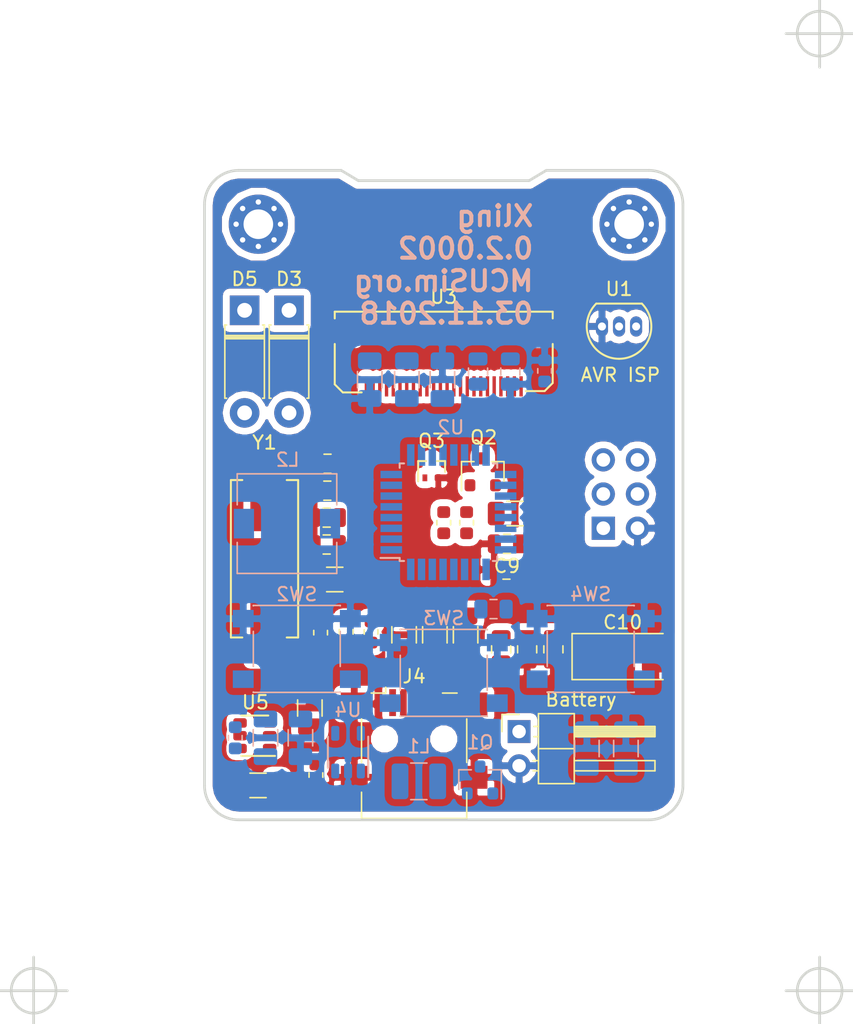
<source format=kicad_pcb>
(kicad_pcb (version 20171130) (host pcbnew 5.0.1)
  (title_block (title "Xling PCB") (date 2018-11-03) (rev 0.2.0002) (company MCUSim))
  (layers (0 F.Cu signal) (31 B.Cu signal) (34 B.Paste user) (35 F.Paste user) (36 B.SilkS user) (37 F.SilkS user) (38 B.Mask user) (39 F.Mask user) (44 Edge.Cuts user))
  (net 0 "")
  (net 1 +3V3)
  (net 2 GND)
  (net 3 "Net-(C3-Pad1)")
  (net 4 "Net-(C5-Pad1)")
  (net 5 "Net-(C6-Pad1)")
  (net 6 "Net-(C11-Pad1)")
  (net 7 "Net-(C13-Pad1)")
  (net 8 "Net-(C15-Pad1)")
  (net 9 /BTN1)
  (net 10 /BTN2)
  (net 11 /BTN3)
  (net 12 "Net-(D3-Pad2)")
  (net 13 /ISP_PDO_MISO)
  (net 14 /ISP_SCK)
  (net 15 /ISP_PDI_MOSI)
  (net 16 /ISP_RST)
  (net 17 /OLED_SDA)
  (net 18 /OLED_SCL)
  (net 19 "Net-(R14-Pad2)")
  (net 20 "Net-(R15-Pad2)")
  (net 21 "Net-(R16-Pad2)")
  (net 22 +12V)
  (net 23 "Net-(R2-Pad2)")
  (net 24 /BAT_STAT)
  (net 25 /OLED_PWR)
  (net 26 /OLED_RES)
  (net 27 /OLED_VCC)
  (net 28 "Net-(Q2-Pad1)")
  (net 29 /BAT_LVL)
  (net 30 "Net-(C1-Pad2)")
  (net 31 "Net-(L1-Pad1)")
  (net 32 "Net-(R3-Pad1)")
  (net 33 "Net-(R6-Pad1)")
  (net 34 "Net-(R13-Pad1)")
  (module "Xling Footprints:IDC-Header_2x03_P2.54mm_Vertical" (layer B.Cu) (at 151.56 102.79)
    (fp_text reference J5 hide)
    (fp_text value "AVR ISP" (at 1.28 -11.39) (layer F.SilkS))
    (pad 6 thru_hole oval (at 2.54 -5.08) (size 1.7272 1.7272) (drill 1.016) (layers *.Cu *.Mask) (net 1 +3V3))
    (pad 5 thru_hole oval (at 0 -5.08) (size 1.7272 1.7272) (drill 1.016) (layers *.Cu *.Mask) (net 13 /ISP_PDO_MISO))
    (pad 4 thru_hole oval (at 2.54 -2.54) (size 1.7272 1.7272) (drill 1.016) (layers *.Cu *.Mask) (net 15 /ISP_PDI_MOSI))
    (pad 3 thru_hole oval (at 0 -2.54) (size 1.7272 1.7272) (drill 1.016) (layers *.Cu *.Mask) (net 14 /ISP_SCK))
    (pad 2 thru_hole oval (at 2.54 0) (size 1.7272 1.7272) (drill 1.016) (layers *.Cu *.Mask) (net 2 GND))
    (pad 1 thru_hole rect (at 0 0) (size 1.7272 1.7272) (drill 1.016) (layers *.Cu *.Mask) (net 16 /ISP_RST))
  )
  (module "Xling Footprints:Crystal_HC49-SD_SMD" (layer F.Cu) (at 126.38 105.06 270)
    (fp_text reference Y1 (at -8.636 0) (layer F.SilkS))
    (fp_text value 8MHz)
    (pad 1 smd rect (at -4.84886 0 270) (size 5.6007 2.10058) (layers F.Cu F.Paste F.Mask) (net 8 "Net-(C15-Pad1)"))
    (pad 2 smd rect (at 4.84886 0 270) (size 5.6007 2.10058) (layers F.Cu F.Paste F.Mask) (net 7 "Net-(C13-Pad1)"))
  )
  (module "Xling Footprints:TO-92_LT1109CZ" (layer F.Cu) (at 154 87.8 180)
    (fp_text reference U1 (at 1.27 2.79 180) (layer F.SilkS))
    (fp_text value LT1109CZ-12)
    (pad 2 thru_hole oval (at 1.27 0) (size 0.89916 1.50114) (drill 0.6) (layers *.Cu *.Mask) (net 12 "Net-(D3-Pad2)"))
    (pad 1 thru_hole oval (at 2.54 0) (size 0.89916 1.50114) (drill 0.6) (layers *.Cu *.Mask) (net 2 GND))
    (pad 3 thru_hole oval (at 0 0) (size 0.89916 1.50114) (drill 0.6) (layers *.Cu *.Mask) (net 22 +12V))
  )
  (module "Xling Footprints:XF2M_24151AR100_SMD_1x24_Pitch_0.5mm" (layer F.Cu) (at 139.7 88.9 180)
    (fp_text reference U3 (at 0 3.302 180) (layer F.SilkS))
    (fp_text value DEP_128064I)
    (pad 3 smd rect (at -7.8 0.75 180) (size 2.5 1.5) (layers F.Cu F.Paste F.Mask) (net 2 GND))
    (pad 3 smd rect (at 7.8 0.75 180) (size 2.5 1.5) (layers F.Cu F.Paste F.Mask) (net 2 GND))
    (pad 24 smd rect (at -5.75 -3.35 180) (size 0.25 1.5) (layers F.Cu F.Paste F.Mask))
    (pad 23 smd rect (at -5.25 -3.35 180) (size 0.25 1.5) (layers F.Cu F.Paste F.Mask) (net 22 +12V))
    (pad 22 smd rect (at -4.75 -3.35 180) (size 0.25 1.5) (layers F.Cu F.Paste F.Mask) (net 6 "Net-(C11-Pad1)"))
    (pad 21 smd rect (at -4.25 -3.35 180) (size 0.25 1.5) (layers F.Cu F.Paste F.Mask) (net 23 "Net-(R2-Pad2)"))
    (pad 20 smd rect (at -3.75 -3.35 180) (size 0.25 1.5) (layers F.Cu F.Paste F.Mask) (net 2 GND))
    (pad 19 smd rect (at -3.25 -3.35 180) (size 0.25 1.5) (layers F.Cu F.Paste F.Mask) (net 2 GND))
    (pad 18 smd rect (at -2.75 -3.35 180) (size 0.25 1.5) (layers F.Cu F.Paste F.Mask) (net 2 GND))
    (pad 17 smd rect (at -2.25 -3.35 180) (size 0.25 1.5) (layers F.Cu F.Paste F.Mask) (net 2 GND))
    (pad 16 smd rect (at -1.75 -3.35 180) (size 0.25 1.5) (layers F.Cu F.Paste F.Mask) (net 2 GND))
    (pad 15 smd rect (at -1.25 -3.35 180) (size 0.25 1.5) (layers F.Cu F.Paste F.Mask) (net 17 /OLED_SDA))
    (pad 14 smd rect (at -0.75 -3.35 180) (size 0.25 1.5) (layers F.Cu F.Paste F.Mask) (net 17 /OLED_SDA))
    (pad 13 smd rect (at -0.25 -3.35 180) (size 0.25 1.5) (layers F.Cu F.Paste F.Mask) (net 18 /OLED_SCL))
    (pad 12 smd rect (at 0.25 -3.35 180) (size 0.25 1.5) (layers F.Cu F.Paste F.Mask) (net 2 GND))
    (pad 11 smd rect (at 0.75 -3.35 180) (size 0.25 1.5) (layers F.Cu F.Paste F.Mask) (net 2 GND))
    (pad 10 smd rect (at 1.25 -3.35 180) (size 0.25 1.5) (layers F.Cu F.Paste F.Mask) (net 1 +3V3))
    (pad 9 smd rect (at 1.75 -3.35 180) (size 0.25 1.5) (layers F.Cu F.Paste F.Mask) (net 26 /OLED_RES))
    (pad 8 smd rect (at 2.25 -3.35 180) (size 0.25 1.5) (layers F.Cu F.Paste F.Mask) (net 2 GND))
    (pad 7 smd rect (at 2.75 -3.35 180) (size 0.25 1.5) (layers F.Cu F.Paste F.Mask) (net 2 GND))
    (pad 6 smd rect (at 3.25 -3.35 180) (size 0.25 1.5) (layers F.Cu F.Paste F.Mask) (net 1 +3V3))
    (pad 5 smd rect (at 3.75 -3.35 180) (size 0.25 1.5) (layers F.Cu F.Paste F.Mask) (net 1 +3V3))
    (pad 4 smd rect (at 4.25 -3.35 180) (size 0.25 1.5) (layers F.Cu F.Paste F.Mask))
    (pad 3 smd rect (at 4.75 -3.35 180) (size 0.25 1.5) (layers F.Cu F.Paste F.Mask) (net 2 GND))
    (pad 2 smd rect (at 5.25 -3.35 180) (size 0.25 1.5) (layers F.Cu F.Paste F.Mask) (net 2 GND))
    (pad 1 smd rect (at 5.75 -3.35 180) (size 0.25 1.5) (layers F.Cu F.Paste F.Mask))
  )
  (module "Xling Footprints:SC-75_SOT-416" (layer F.Cu) (at 138.8 98.4)
    (fp_text reference Q3 (at 0 -2.1 -180) (layer F.SilkS))
    (fp_text value NTA4153N hide)
    (pad 3 smd rect (at 0 -0.648) (size 0.356 0.508) (layers F.Cu F.Paste F.Mask) (net 28 "Net-(Q2-Pad1)"))
    (pad 1 smd rect (at -0.5 0.647) (size 0.356 0.508) (layers F.Cu F.Paste F.Mask) (net 25 /OLED_PWR))
    (pad 2 smd rect (at 0.5 0.647) (size 0.356 0.508) (layers F.Cu F.Paste F.Mask) (net 2 GND))
  )
  (module "Xling Footprints:C_0805_2012Metric" (layer B.Cu) (at 142.25 91.15 90)
    (fp_text reference C1 hide)
    (fp_text value 22pF)
    (pad 1 smd roundrect (at -0.9375 0 90) (size 0.975 1.4) (layers B.Cu B.Paste B.Mask) (net 1 +3V3))
    (pad 2 smd roundrect (at 0.9375 0 90) (size 0.975 1.4) (layers B.Cu B.Paste B.Mask) (net 30 "Net-(C1-Pad2)"))
  )
  (module "Xling Footprints:C_1206_3216Metric" (layer B.Cu) (at 134.2 91.75 270)
    (fp_text reference C2 hide)
    (fp_text value 4.7uF)
    (pad 2 smd roundrect (at 1.4 0 270) (size 1.25 1.75) (layers B.Cu B.Paste B.Mask) (roundrect_rratio 0.2) (net 2 GND))
    (pad 1 smd roundrect (at -1.4 0 270) (size 1.25 1.75) (layers B.Cu B.Paste B.Mask) (roundrect_rratio 0.2) (net 1 +3V3))
  )
  (module "Xling Footprints:C_1206_3216Metric" (layer F.Cu) (at 129.75 116.15 90)
    (fp_text reference C3 hide)
    (fp_text value 4.7uF)
    (pad 1 smd roundrect (at -1.4 0 90) (size 1.25 1.75) (layers F.Cu F.Paste F.Mask) (roundrect_rratio 0.2) (net 3 "Net-(C3-Pad1)"))
    (pad 2 smd roundrect (at 1.4 0 90) (size 1.25 1.75) (layers F.Cu F.Paste F.Mask) (roundrect_rratio 0.2) (net 2 GND))
  )
  (module "Xling Footprints:C_1206_3216Metric" (layer B.Cu) (at 129.05 118.364 270)
    (fp_text reference C5 hide)
    (fp_text value 4.7uF)
    (pad 1 smd roundrect (at -1.4 0 270) (size 1.25 1.75) (layers B.Cu B.Paste B.Mask) (roundrect_rratio 0.2) (net 4 "Net-(C5-Pad1)"))
    (pad 2 smd roundrect (at 1.4 0 270) (size 1.25 1.75) (layers B.Cu B.Paste B.Mask) (roundrect_rratio 0.2) (net 2 GND))
  )
  (module "Xling Footprints:C_1206_3216Metric" (layer B.Cu) (at 153.24 119.16 90)
    (fp_text reference C6 hide)
    (fp_text value 4.7uF)
    (pad 2 smd roundrect (at 1.4 0 90) (size 1.25 1.75) (layers B.Cu B.Paste B.Mask) (roundrect_rratio 0.2) (net 2 GND))
    (pad 1 smd roundrect (at -1.4 0 90) (size 1.25 1.75) (layers B.Cu B.Paste B.Mask) (roundrect_rratio 0.2) (net 5 "Net-(C6-Pad1)"))
  )
  (module "Xling Footprints:C_0805_2012Metric" (layer F.Cu) (at 131 102 180)
    (fp_text reference C7 hide)
    (fp_text value 4.7nF)
    (pad 2 smd roundrect (at 0.9375 0 180) (size 0.975 1.4) (layers F.Cu F.Paste F.Mask) (net 2 GND))
    (pad 1 smd roundrect (at -0.9375 0 180) (size 0.975 1.4) (layers F.Cu F.Paste F.Mask) (net 1 +3V3))
  )
  (module "Xling Footprints:C_0805_2012Metric" (layer F.Cu) (at 131 104 180)
    (fp_text reference C8 hide)
    (fp_text value 100nF)
    (pad 2 smd roundrect (at 0.9375 0 180) (size 0.975 1.4) (layers F.Cu F.Paste F.Mask) (net 2 GND))
    (pad 1 smd roundrect (at -0.9375 0 180) (size 0.975 1.4) (layers F.Cu F.Paste F.Mask) (net 1 +3V3))
  )
  (module "Xling Footprints:C_0805_2012Metric" (layer F.Cu) (at 144.4 103.95 180)
    (fp_text reference C9 (at 0 -1.65 180) (layer F.SilkS))
    (fp_text value 1pF)
    (pad 1 smd roundrect (at -0.9375 0 180) (size 0.975 1.4) (layers F.Cu F.Paste F.Mask) (net 27 /OLED_VCC))
    (pad 2 smd roundrect (at 0.9375 0 180) (size 0.975 1.4) (layers F.Cu F.Paste F.Mask) (net 2 GND))
  )
  (module "Xling Footprints:CP_EIA-6032-20_AVX-F" (layer F.Cu) (at 153 112.33)
    (fp_text reference C10 (at 0 -2.55) (layer F.SilkS))
    (fp_text value 33uF)
    (pad 1 smd roundrect (at -2.4625 0) (size 2.075 2.35) (layers F.Cu F.Paste F.Mask) (roundrect_rratio 0.120482) (net 22 +12V))
    (pad 2 smd roundrect (at 2.4625 0) (size 2.075 2.35) (layers F.Cu F.Paste F.Mask) (roundrect_rratio 0.120482) (net 2 GND))
  )
  (module "Xling Footprints:C_0603_1608Metric" (layer B.Cu) (at 147.2 91.1 90)
    (fp_text reference C11 hide)
    (fp_text value 2.2uF)
    (pad 1 smd roundrect (at -0.7875 0 90) (size 0.875 0.95) (layers B.Cu B.Paste B.Mask) (net 6 "Net-(C11-Pad1)"))
    (pad 2 smd roundrect (at 0.7875 0 90) (size 0.875 0.95) (layers B.Cu B.Paste B.Mask) (net 2 GND))
  )
  (module "Xling Footprints:C_0805_2012Metric" (layer F.Cu) (at 131.048 100 180)
    (fp_text reference C13 hide)
    (fp_text value 22pF)
    (pad 2 smd roundrect (at 0.9375 0 180) (size 0.975 1.4) (layers F.Cu F.Paste F.Mask) (net 2 GND))
    (pad 1 smd roundrect (at -0.9375 0 180) (size 0.975 1.4) (layers F.Cu F.Paste F.Mask) (net 7 "Net-(C13-Pad1)"))
  )
  (module "Xling Footprints:C_0805_2012Metric" (layer F.Cu) (at 131.064 98 180)
    (fp_text reference C15 hide)
    (fp_text value 22pF)
    (pad 1 smd roundrect (at -0.9375 0 180) (size 0.975 1.4) (layers F.Cu F.Paste F.Mask) (net 8 "Net-(C15-Pad1)"))
    (pad 2 smd roundrect (at 0.9375 0 180) (size 0.975 1.4) (layers F.Cu F.Paste F.Mask) (net 2 GND))
  )
  (module "Xling Footprints:C_0805_2012Metric" (layer F.Cu) (at 143.968 111.79 270)
    (fp_text reference C18 hide)
    (fp_text value 4.7nF)
    (pad 1 smd roundrect (at -0.9375 0 270) (size 0.975 1.4) (layers F.Cu F.Paste F.Mask) (net 9 /BTN1))
    (pad 2 smd roundrect (at 0.9375 0 270) (size 0.975 1.4) (layers F.Cu F.Paste F.Mask) (net 2 GND))
  )
  (module "Xling Footprints:C_0805_2012Metric" (layer F.Cu) (at 145.9 111.79 270)
    (fp_text reference C19 hide)
    (fp_text value 4.7nF)
    (pad 2 smd roundrect (at 0.9375 0 270) (size 0.975 1.4) (layers F.Cu F.Paste F.Mask) (net 2 GND))
    (pad 1 smd roundrect (at -0.9375 0 270) (size 0.975 1.4) (layers F.Cu F.Paste F.Mask) (net 10 /BTN2))
  )
  (module "Xling Footprints:C_0805_2012Metric" (layer F.Cu) (at 147.85 111.79 270)
    (fp_text reference C20 hide)
    (fp_text value 4.7nF)
    (pad 1 smd roundrect (at -0.9375 0 270) (size 0.975 1.4) (layers F.Cu F.Paste F.Mask) (net 11 /BTN3))
    (pad 2 smd roundrect (at 0.9375 0 270) (size 0.975 1.4) (layers F.Cu F.Paste F.Mask) (net 2 GND))
  )
  (module "Xling Footprints:D_DO-41_SOD81_P7.62mm_Horizontal" (layer F.Cu) (at 128.2 86.6 270)
    (fp_text reference D3 (at -2.33 -0.01) (layer F.SilkS))
    (fp_text value 1N5818)
    (pad 2 thru_hole oval (at 7.62 0 270) (size 2.2 2.2) (drill 1.1) (layers *.Cu *.Mask) (net 12 "Net-(D3-Pad2)"))
    (pad 1 thru_hole rect (at 0 0 270) (size 2.2 2.2) (drill 1.1) (layers *.Cu *.Mask) (net 22 +12V))
  )
  (module "Xling Footprints:D_DO-41_SOD81_P7.62mm_Horizontal" (layer F.Cu) (at 124.9 86.6 270)
    (fp_text reference D5 (at -2.33 0 180) (layer F.SilkS))
    (fp_text value 1N5818)
    (pad 1 thru_hole rect (at 0 0 270) (size 2.2 2.2) (drill 1.1) (layers *.Cu *.Mask) (net 4 "Net-(C5-Pad1)"))
    (pad 2 thru_hole oval (at 7.62 0 270) (size 2.2 2.2) (drill 1.1) (layers *.Cu *.Mask) (net 3 "Net-(C3-Pad1)"))
  )
  (module "Xling Footprints:USB_Mini-B_Lumberg_2486_01_Horizontal" (layer F.Cu) (at 137.5 118.45)
    (fp_text reference J4 (at 0 -4.65) (layer F.SilkS))
    (fp_text value USB_OTG)
    (pad 1 smd rect (at -1.6 -2.7) (size 0.5 2) (layers F.Cu F.Paste F.Mask) (net 3 "Net-(C3-Pad1)"))
    (pad 2 smd rect (at -0.8 -2.7) (size 0.5 2) (layers F.Cu F.Paste F.Mask))
    (pad 3 smd rect (at 0 -2.7) (size 0.5 2) (layers F.Cu F.Paste F.Mask))
    (pad 4 smd rect (at 0.8 -2.7) (size 0.5 2) (layers F.Cu F.Paste F.Mask))
    (pad 5 smd rect (at 1.6 -2.7) (size 0.5 2) (layers F.Cu F.Paste F.Mask) (net 2 GND))
    (pad 6 smd rect (at -4.45 -2.6) (size 2 1.7) (layers F.Cu F.Paste F.Mask) (net 2 GND))
    (pad 6 smd rect (at -4.45 2.85) (size 2 1.7) (layers F.Cu F.Paste F.Mask) (net 2 GND))
    (pad 6 smd rect (at 4.45 -2.6) (size 2 1.7) (layers F.Cu F.Paste F.Mask) (net 2 GND))
    (pad 6 smd rect (at 4.45 2.85) (size 2 1.7) (layers F.Cu F.Paste F.Mask) (net 2 GND))
    (pad "" np_thru_hole circle (at -2.2 0) (size 1 1) (drill 1) (layers *.Cu *.Mask))
    (pad "" np_thru_hole circle (at 2.2 0) (size 1 1) (drill 1) (layers *.Cu *.Mask))
  )
  (module "Xling Footprints:PinHeader_1x02_P2.54mm_Horizontal" (layer F.Cu) (at 145.3 117.9)
    (fp_text reference J6 hide)
    (fp_text value Battery (at 4.6 -2.38) (layer F.SilkS))
    (pad 1 thru_hole rect (at 0 0) (size 1.7 1.7) (drill 1) (layers *.Cu *.Mask) (net 5 "Net-(C6-Pad1)"))
    (pad 2 thru_hole oval (at 0 2.54) (size 1.7 1.7) (drill 1) (layers *.Cu *.Mask) (net 2 GND))
  )
  (module "Xling Footprints:L_1210_3225Metric" (layer B.Cu) (at 137.85 121.6)
    (fp_text reference L1 (at 0 -2.6) (layer B.SilkS) (effects (justify mirror)))
    (fp_text value 2.2uH)
    (pad 1 smd roundrect (at -1.4 0) (size 1.25 2.65) (layers B.Cu B.Paste B.Mask) (roundrect_rratio 0.2) (net 31 "Net-(L1-Pad1)"))
    (pad 2 smd roundrect (at 1.4 0) (size 1.25 2.65) (layers B.Cu B.Paste B.Mask) (roundrect_rratio 0.2) (net 1 +3V3))
  )
  (module "Xling Footprints:L_7.3x7.3_H3.5" (layer B.Cu) (at 128.05 102.45 180)
    (fp_text reference L2 (at -0.05 4.75) (layer B.SilkS) (effects (justify mirror)))
    (fp_text value 22uH)
    (pad 1 smd rect (at -3.2 0 180) (size 1.5 2.2) (layers B.Cu B.Paste B.Mask) (net 27 /OLED_VCC))
    (pad 2 smd rect (at 3.2 0 180) (size 1.5 2.2) (layers B.Cu B.Paste B.Mask) (net 12 "Net-(D3-Pad2)"))
  )
  (module "Xling Footprints:SOT-23" (layer B.Cu) (at 142.4 121.5 90)
    (fp_text reference Q1 (at 2.794 0 180) (layer B.SilkS) (effects (justify mirror)))
    (fp_text value NTR0202PL)
    (pad 1 smd roundrect (at -1 0.95 90) (size 0.9 0.8) (layers B.Cu B.Paste B.Mask) (net 3 "Net-(C3-Pad1)"))
    (pad 2 smd roundrect (at -1 -0.95 90) (size 0.9 0.8) (layers B.Cu B.Paste B.Mask) (net 4 "Net-(C5-Pad1)"))
    (pad 3 smd roundrect (at 1 0 90) (size 0.9 0.8) (layers B.Cu B.Paste B.Mask) (net 5 "Net-(C6-Pad1)"))
  )
  (module "Xling Footprints:SOT-23" (layer F.Cu) (at 142.6 98.6 90)
    (fp_text reference Q2 (at 2.556 0.066 180) (layer F.SilkS))
    (fp_text value NTR0202PL)
    (pad 3 smd roundrect (at 1 0 90) (size 0.9 0.8) (layers F.Cu F.Paste F.Mask) (net 27 /OLED_VCC))
    (pad 2 smd roundrect (at -1 0.95 90) (size 0.9 0.8) (layers F.Cu F.Paste F.Mask) (net 1 +3V3))
    (pad 1 smd roundrect (at -1 -0.95 90) (size 0.9 0.8) (layers F.Cu F.Paste F.Mask) (net 28 "Net-(Q2-Pad1)"))
  )
  (module "Xling Footprints:R_1206_3216Metric" (layer B.Cu) (at 136.958 91.746 270)
    (fp_text reference R1 hide)
    (fp_text value 100K)
    (pad 1 smd roundrect (at -1.4 0 270) (size 1.25 1.75) (layers B.Cu B.Paste B.Mask) (roundrect_rratio 0.2) (net 1 +3V3))
    (pad 2 smd roundrect (at 1.4 0 270) (size 1.25 1.75) (layers B.Cu B.Paste B.Mask) (roundrect_rratio 0.2) (net 26 /OLED_RES))
  )
  (module "Xling Footprints:R_1206_3216Metric" (layer B.Cu) (at 139.6 91.75 270)
    (fp_text reference R2 hide)
    (fp_text value 910K)
    (pad 1 smd roundrect (at -1.4 0 270) (size 1.25 1.75) (layers B.Cu B.Paste B.Mask) (roundrect_rratio 0.2) (net 2 GND))
    (pad 2 smd roundrect (at 1.4 0 270) (size 1.25 1.75) (layers B.Cu B.Paste B.Mask) (roundrect_rratio 0.2) (net 23 "Net-(R2-Pad2)"))
  )
  (module "Xling Footprints:R_0603_1608Metric" (layer F.Cu) (at 130.2 121.13 270)
    (fp_text reference R3 hide)
    (fp_text value 4K3)
    (pad 1 smd roundrect (at -0.7875 0 270) (size 0.875 0.95) (layers F.Cu F.Paste F.Mask) (net 32 "Net-(R3-Pad1)"))
    (pad 2 smd roundrect (at 0.7875 0 270) (size 0.875 0.95) (layers F.Cu F.Paste F.Mask) (net 2 GND))
  )
  (module "Xling Footprints:R_1206_3216Metric" (layer B.Cu) (at 150.34 119.16 90)
    (fp_text reference R4 hide)
    (fp_text value 100K)
    (pad 1 smd roundrect (at -1.4 0 90) (size 1.25 1.75) (layers B.Cu B.Paste B.Mask) (roundrect_rratio 0.2) (net 3 "Net-(C3-Pad1)"))
    (pad 2 smd roundrect (at 1.4 0 90) (size 1.25 1.75) (layers B.Cu B.Paste B.Mask) (roundrect_rratio 0.2) (net 2 GND))
  )
  (module "Xling Footprints:R_1206_3216Metric" (layer F.Cu) (at 145 101.7)
    (fp_text reference R5 hide)
    (fp_text value 100K)
    (pad 2 smd roundrect (at 1.4 0) (size 1.25 1.75) (layers F.Cu F.Paste F.Mask) (roundrect_rratio 0.2) (net 28 "Net-(Q2-Pad1)"))
    (pad 1 smd roundrect (at -1.4 0) (size 1.25 1.75) (layers F.Cu F.Paste F.Mask) (roundrect_rratio 0.2) (net 1 +3V3))
  )
  (module "Xling Footprints:R_1206_3216Metric" (layer B.Cu) (at 126.45 118.364 270)
    (fp_text reference R6 hide)
    (fp_text value 100K)
    (pad 2 smd roundrect (at 1.4 0 270) (size 1.25 1.75) (layers B.Cu B.Paste B.Mask) (roundrect_rratio 0.2) (net 4 "Net-(C5-Pad1)"))
    (pad 1 smd roundrect (at -1.4 0 270) (size 1.25 1.75) (layers B.Cu B.Paste B.Mask) (roundrect_rratio 0.2) (net 33 "Net-(R6-Pad1)"))
  )
  (module "Xling Footprints:R_0603_1608Metric" (layer B.Cu) (at 124.206 118.364 90)
    (fp_text reference R7 hide)
    (fp_text value 510K)
    (pad 1 smd roundrect (at -0.7875 0 90) (size 0.875 0.95) (layers B.Cu B.Paste B.Mask) (net 30 "Net-(C1-Pad2)"))
    (pad 2 smd roundrect (at 0.7875 0 90) (size 0.875 0.95) (layers B.Cu B.Paste B.Mask) (net 1 +3V3))
  )
  (module "Xling Footprints:R_0603_1608Metric" (layer F.Cu) (at 141.4 102.378 270)
    (fp_text reference R8 hide)
    (fp_text value 1K)
    (pad 2 smd roundrect (at 0.7875 0 270) (size 0.875 0.95) (layers F.Cu F.Paste F.Mask) (net 17 /OLED_SDA))
    (pad 1 smd roundrect (at -0.7875 0 270) (size 0.875 0.95) (layers F.Cu F.Paste F.Mask) (net 1 +3V3))
  )
  (module "Xling Footprints:R_0603_1608Metric" (layer F.Cu) (at 139.7 102.378 270)
    (fp_text reference R9 hide)
    (fp_text value 1K)
    (pad 1 smd roundrect (at -0.7875 0 270) (size 0.875 0.95) (layers F.Cu F.Paste F.Mask) (net 1 +3V3))
    (pad 2 smd roundrect (at 0.7875 0 270) (size 0.875 0.95) (layers F.Cu F.Paste F.Mask) (net 18 /OLED_SCL))
  )
  (module "Xling Footprints:R_1206_3216Metric" (layer F.Cu) (at 131.6 106.6 180)
    (fp_text reference R10 hide)
    (fp_text value 100K)
    (pad 1 smd roundrect (at -1.4 0 180) (size 1.25 1.75) (layers F.Cu F.Paste F.Mask) (roundrect_rratio 0.2) (net 25 /OLED_PWR))
    (pad 2 smd roundrect (at 1.4 0 180) (size 1.25 1.75) (layers F.Cu F.Paste F.Mask) (roundrect_rratio 0.2) (net 2 GND))
  )
  (module "Xling Footprints:R_0805_2012Metric" (layer B.Cu) (at 143.4 108.8)
    (fp_text reference R11 hide)
    (fp_text value 191K)
    (pad 1 smd roundrect (at -0.9375 0) (size 0.975 1.4) (layers B.Cu B.Paste B.Mask) (net 5 "Net-(C6-Pad1)"))
    (pad 2 smd roundrect (at 0.9375 0) (size 0.975 1.4) (layers B.Cu B.Paste B.Mask) (net 29 /BAT_LVL))
  )
  (module "Xling Footprints:R_0805_2012Metric" (layer F.Cu) (at 144.362 105.868 180)
    (fp_text reference R12 hide)
    (fp_text value 110K)
    (pad 2 smd roundrect (at 0.9375 0 180) (size 0.975 1.4) (layers F.Cu F.Paste F.Mask) (net 2 GND))
    (pad 1 smd roundrect (at -0.9375 0 180) (size 0.975 1.4) (layers F.Cu F.Paste F.Mask) (net 29 /BAT_LVL))
  )
  (module "Xling Footprints:R_1206_3216Metric" (layer F.Cu) (at 125.9 121.9)
    (fp_text reference R13 hide)
    (fp_text value 100K)
    (pad 1 smd roundrect (at -1.4 0) (size 1.25 1.75) (layers F.Cu F.Paste F.Mask) (roundrect_rratio 0.2) (net 34 "Net-(R13-Pad1)"))
    (pad 2 smd roundrect (at 1.4 0) (size 1.25 1.75) (layers F.Cu F.Paste F.Mask) (roundrect_rratio 0.2) (net 4 "Net-(C5-Pad1)"))
  )
  (module "Xling Footprints:R_0603_1608Metric" (layer F.Cu) (at 130.55 110.55 270)
    (fp_text reference R14 hide)
    (fp_text value 27K)
    (pad 2 smd roundrect (at 0.7875 0 270) (size 0.875 0.95) (layers F.Cu F.Paste F.Mask) (net 19 "Net-(R14-Pad2)"))
    (pad 1 smd roundrect (at -0.7875 0 270) (size 0.875 0.95) (layers F.Cu F.Paste F.Mask) (net 1 +3V3))
  )
  (module "Xling Footprints:R_0603_1608Metric" (layer F.Cu) (at 132.45 110.49 270)
    (fp_text reference R15 hide)
    (fp_text value 27K)
    (pad 1 smd roundrect (at -0.7875 0 270) (size 0.875 0.95) (layers F.Cu F.Paste F.Mask) (net 1 +3V3))
    (pad 2 smd roundrect (at 0.7875 0 270) (size 0.875 0.95) (layers F.Cu F.Paste F.Mask) (net 20 "Net-(R15-Pad2)"))
  )
  (module "Xling Footprints:R_0603_1608Metric" (layer F.Cu) (at 134.3 110.5 270)
    (fp_text reference R16 hide)
    (fp_text value 27K)
    (pad 2 smd roundrect (at 0.7875 0 270) (size 0.875 0.95) (layers F.Cu F.Paste F.Mask) (net 21 "Net-(R16-Pad2)"))
    (pad 1 smd roundrect (at -0.7875 0 270) (size 0.875 0.95) (layers F.Cu F.Paste F.Mask) (net 1 +3V3))
  )
  (module "Xling Footprints:R_1206_3216Metric" (layer F.Cu) (at 141.326 110.71 270)
    (fp_text reference R17 hide)
    (fp_text value 100K)
    (pad 2 smd roundrect (at 1.4 0 270) (size 1.25 1.75) (layers F.Cu F.Paste F.Mask) (roundrect_rratio 0.2) (net 19 "Net-(R14-Pad2)"))
    (pad 1 smd roundrect (at -1.4 0 270) (size 1.25 1.75) (layers F.Cu F.Paste F.Mask) (roundrect_rratio 0.2) (net 9 /BTN1))
  )
  (module "Xling Footprints:R_1206_3216Metric" (layer F.Cu) (at 139.04 110.71 270)
    (fp_text reference R18 hide)
    (fp_text value 100K)
    (pad 2 smd roundrect (at 1.4 0 270) (size 1.25 1.75) (layers F.Cu F.Paste F.Mask) (roundrect_rratio 0.2) (net 20 "Net-(R15-Pad2)"))
    (pad 1 smd roundrect (at -1.4 0 270) (size 1.25 1.75) (layers F.Cu F.Paste F.Mask) (roundrect_rratio 0.2) (net 10 /BTN2))
  )
  (module "Xling Footprints:R_1206_3216Metric" (layer F.Cu) (at 136.754 110.71 270)
    (fp_text reference R19 hide)
    (fp_text value 100K)
    (pad 2 smd roundrect (at 1.4 0 270) (size 1.25 1.75) (layers F.Cu F.Paste F.Mask) (roundrect_rratio 0.2) (net 21 "Net-(R16-Pad2)"))
    (pad 1 smd roundrect (at -1.4 0 270) (size 1.25 1.75) (layers F.Cu F.Paste F.Mask) (roundrect_rratio 0.2) (net 11 /BTN3))
  )
  (module "Xling Footprints:R_0805_2012Metric" (layer B.Cu) (at 144.65 91.15 90)
    (fp_text reference R20 hide)
    (fp_text value 110K)
    (pad 1 smd roundrect (at -0.9375 0 90) (size 0.975 1.4) (layers B.Cu B.Paste B.Mask) (net 2 GND))
    (pad 2 smd roundrect (at 0.9375 0 90) (size 0.975 1.4) (layers B.Cu B.Paste B.Mask) (net 30 "Net-(C1-Pad2)"))
  )
  (module "Xling Footprints:SW_SPST_PTS645" (layer B.Cu) (at 128.778 111.76)
    (fp_text reference SW2 (at 0 -4.064) (layer B.SilkS) (effects (justify mirror)))
    (fp_text value BTN)
    (pad 2 smd rect (at -3.98 -2.25) (size 1.55 1.3) (layers B.Cu B.Paste B.Mask) (net 2 GND))
    (pad 1 smd rect (at -3.98 2.25) (size 1.55 1.3) (layers B.Cu B.Paste B.Mask) (net 19 "Net-(R14-Pad2)"))
    (pad 1 smd rect (at 3.98 2.25) (size 1.55 1.3) (layers B.Cu B.Paste B.Mask) (net 19 "Net-(R14-Pad2)"))
    (pad 2 smd rect (at 3.98 -2.25) (size 1.55 1.3) (layers B.Cu B.Paste B.Mask) (net 2 GND))
  )
  (module "Xling Footprints:SW_SPST_PTS645" (layer B.Cu) (at 139.7 113.538)
    (fp_text reference SW3 (at 0 -4.064) (layer B.SilkS) (effects (justify mirror)))
    (fp_text value BTN)
    (pad 2 smd rect (at 3.98 -2.25) (size 1.55 1.3) (layers B.Cu B.Paste B.Mask) (net 2 GND))
    (pad 1 smd rect (at 3.98 2.25) (size 1.55 1.3) (layers B.Cu B.Paste B.Mask) (net 20 "Net-(R15-Pad2)"))
    (pad 1 smd rect (at -3.98 2.25) (size 1.55 1.3) (layers B.Cu B.Paste B.Mask) (net 20 "Net-(R15-Pad2)"))
    (pad 2 smd rect (at -3.98 -2.25) (size 1.55 1.3) (layers B.Cu B.Paste B.Mask) (net 2 GND))
  )
  (module "Xling Footprints:SW_SPST_PTS645" (layer B.Cu) (at 150.622 111.76)
    (fp_text reference SW4 (at 0 -4.064) (layer B.SilkS) (effects (justify mirror)))
    (fp_text value BTN)
    (pad 2 smd rect (at -3.98 -2.25) (size 1.55 1.3) (layers B.Cu B.Paste B.Mask) (net 2 GND))
    (pad 1 smd rect (at -3.98 2.25) (size 1.55 1.3) (layers B.Cu B.Paste B.Mask) (net 21 "Net-(R16-Pad2)"))
    (pad 1 smd rect (at 3.98 2.25) (size 1.55 1.3) (layers B.Cu B.Paste B.Mask) (net 21 "Net-(R16-Pad2)"))
    (pad 2 smd rect (at 3.98 -2.25) (size 1.55 1.3) (layers B.Cu B.Paste B.Mask) (net 2 GND))
  )
  (module "Xling Footprints:TQFP-32_7x7mm_P0.8mm" (layer B.Cu) (at 140.05 101.6)
    (fp_text reference U2 (at 0.18 -6.3) (layer B.SilkS) (effects (justify mirror)))
    (fp_text value ATMEGA328P-AU)
    (pad 1 smd rect (at -4.25 2.8) (size 1.6 0.55) (layers B.Cu B.Paste B.Mask) (net 26 /OLED_RES))
    (pad 2 smd rect (at -4.25 2) (size 1.6 0.55) (layers B.Cu B.Paste B.Mask) (net 25 /OLED_PWR))
    (pad 3 smd rect (at -4.25 1.2) (size 1.6 0.55) (layers B.Cu B.Paste B.Mask) (net 2 GND))
    (pad 4 smd rect (at -4.25 0.4) (size 1.6 0.55) (layers B.Cu B.Paste B.Mask) (net 1 +3V3))
    (pad 5 smd rect (at -4.25 -0.4) (size 1.6 0.55) (layers B.Cu B.Paste B.Mask) (net 2 GND))
    (pad 6 smd rect (at -4.25 -1.2) (size 1.6 0.55) (layers B.Cu B.Paste B.Mask) (net 1 +3V3))
    (pad 7 smd rect (at -4.25 -2) (size 1.6 0.55) (layers B.Cu B.Paste B.Mask) (net 7 "Net-(C13-Pad1)"))
    (pad 8 smd rect (at -4.25 -2.8) (size 1.6 0.55) (layers B.Cu B.Paste B.Mask) (net 8 "Net-(C15-Pad1)"))
    (pad 9 smd rect (at -2.8 -4.25 270) (size 1.6 0.55) (layers B.Cu B.Paste B.Mask) (net 24 /BAT_STAT))
    (pad 10 smd rect (at -2 -4.25 270) (size 1.6 0.55) (layers B.Cu B.Paste B.Mask))
    (pad 11 smd rect (at -1.2 -4.25 270) (size 1.6 0.55) (layers B.Cu B.Paste B.Mask))
    (pad 12 smd rect (at -0.4 -4.25 270) (size 1.6 0.55) (layers B.Cu B.Paste B.Mask))
    (pad 13 smd rect (at 0.4 -4.25 270) (size 1.6 0.55) (layers B.Cu B.Paste B.Mask))
    (pad 14 smd rect (at 1.2 -4.25 270) (size 1.6 0.55) (layers B.Cu B.Paste B.Mask))
    (pad 15 smd rect (at 2 -4.25 270) (size 1.6 0.55) (layers B.Cu B.Paste B.Mask) (net 15 /ISP_PDI_MOSI))
    (pad 16 smd rect (at 2.8 -4.25 270) (size 1.6 0.55) (layers B.Cu B.Paste B.Mask) (net 13 /ISP_PDO_MISO))
    (pad 17 smd rect (at 4.25 -2.8) (size 1.6 0.55) (layers B.Cu B.Paste B.Mask) (net 14 /ISP_SCK))
    (pad 18 smd rect (at 4.25 -2) (size 1.6 0.55) (layers B.Cu B.Paste B.Mask) (net 1 +3V3))
    (pad 19 smd rect (at 4.25 -1.2) (size 1.6 0.55) (layers B.Cu B.Paste B.Mask))
    (pad 20 smd rect (at 4.25 -0.4) (size 1.6 0.55) (layers B.Cu B.Paste B.Mask) (net 2 GND))
    (pad 21 smd rect (at 4.25 0.4) (size 1.6 0.55) (layers B.Cu B.Paste B.Mask) (net 2 GND))
    (pad 22 smd rect (at 4.25 1.2) (size 1.6 0.55) (layers B.Cu B.Paste B.Mask))
    (pad 23 smd rect (at 4.25 2) (size 1.6 0.55) (layers B.Cu B.Paste B.Mask) (net 29 /BAT_LVL))
    (pad 24 smd rect (at 4.25 2.8) (size 1.6 0.55) (layers B.Cu B.Paste B.Mask))
    (pad 25 smd rect (at 2.8 4.25 270) (size 1.6 0.55) (layers B.Cu B.Paste B.Mask))
    (pad 26 smd rect (at 2 4.25 270) (size 1.6 0.55) (layers B.Cu B.Paste B.Mask))
    (pad 27 smd rect (at 1.2 4.25 270) (size 1.6 0.55) (layers B.Cu B.Paste B.Mask) (net 17 /OLED_SDA))
    (pad 28 smd rect (at 0.4 4.25 270) (size 1.6 0.55) (layers B.Cu B.Paste B.Mask) (net 18 /OLED_SCL))
    (pad 29 smd rect (at -0.4 4.25 270) (size 1.6 0.55) (layers B.Cu B.Paste B.Mask) (net 16 /ISP_RST))
    (pad 30 smd rect (at -1.2 4.25 270) (size 1.6 0.55) (layers B.Cu B.Paste B.Mask) (net 9 /BTN1))
    (pad 31 smd rect (at -2 4.25 270) (size 1.6 0.55) (layers B.Cu B.Paste B.Mask) (net 10 /BTN2))
    (pad 32 smd rect (at -2.8 4.25 270) (size 1.6 0.55) (layers B.Cu B.Paste B.Mask) (net 11 /BTN3))
  )
  (module "Xling Footprints:MCP73831_SOT_23" (layer B.Cu) (at 132.588 119.38 180)
    (fp_text reference U4 (at 0 3.08 180) (layer B.SilkS) (effects (justify mirror)))
    (fp_text value MCP73831)
    (pad 5 smd roundrect (at -0.95 1.35 180) (size 0.6 1.1) (layers B.Cu B.Paste B.Mask) (net 32 "Net-(R3-Pad1)"))
    (pad 1 smd roundrect (at -0.95 -1.45 180) (size 0.6 1.1) (layers B.Cu B.Paste B.Mask) (net 24 /BAT_STAT))
    (pad 2 smd roundrect (at 0 -1.45 180) (size 0.6 1.1) (layers B.Cu B.Paste B.Mask) (net 2 GND))
    (pad 3 smd roundrect (at 0.95 -1.45 180) (size 0.6 1.1) (layers B.Cu B.Paste B.Mask) (net 5 "Net-(C6-Pad1)"))
    (pad 4 smd roundrect (at 0.95 1.35 180) (size 0.6 1.1) (layers B.Cu B.Paste B.Mask) (net 3 "Net-(C3-Pad1)"))
  )
  (module "Xling Footprints:AP3401_TSOT26" (layer F.Cu) (at 125.66 118.21 90)
    (fp_text reference U5 (at 2.48 0.04 180) (layer F.SilkS))
    (fp_text value AP3401_TSOT26)
    (pad 1 smd roundrect (at -0.95 1.0995 90) (size 0.7 1) (layers F.Cu F.Paste F.Mask) (net 33 "Net-(R6-Pad1)"))
    (pad 2 smd roundrect (at 0 1.0995 90) (size 0.7 1) (layers F.Cu F.Paste F.Mask) (net 2 GND))
    (pad 3 smd roundrect (at 0.95 1.0995 90) (size 0.7 1) (layers F.Cu F.Paste F.Mask) (net 31 "Net-(L1-Pad1)"))
    (pad 4 smd roundrect (at 0.95 -1.0995 90) (size 0.7 1) (layers F.Cu F.Paste F.Mask) (net 4 "Net-(C5-Pad1)"))
    (pad 6 smd roundrect (at -0.95 -1.0995 90) (size 0.7 1) (layers F.Cu F.Paste F.Mask) (net 30 "Net-(C1-Pad2)"))
    (pad 5 smd roundrect (at 0 -1.0995 90) (size 0.7 1) (layers F.Cu F.Paste F.Mask) (net 34 "Net-(R13-Pad1)"))
  )
  (module MountingHole:MountingHole_2.2mm_M2_Pad_Via (layer F.Cu) (at 125.92 80.2)
    (fp_text reference REF** hide)
    (fp_text value MountingHole_2.2mm_M2_Pad_Via hide)
    (pad 1 thru_hole circle (at 1.166726 -1.166726) (size 0.7 0.7) (drill 0.4) (layers *.Cu *.Mask))
    (pad 1 thru_hole circle (at 0 -1.65) (size 0.7 0.7) (drill 0.4) (layers *.Cu *.Mask))
    (pad 1 thru_hole circle (at -1.166726 -1.166726) (size 0.7 0.7) (drill 0.4) (layers *.Cu *.Mask))
    (pad 1 thru_hole circle (at -1.65 0) (size 0.7 0.7) (drill 0.4) (layers *.Cu *.Mask))
    (pad 1 thru_hole circle (at -1.166726 1.166726) (size 0.7 0.7) (drill 0.4) (layers *.Cu *.Mask))
    (pad 1 thru_hole circle (at 0 1.65) (size 0.7 0.7) (drill 0.4) (layers *.Cu *.Mask))
    (pad 1 thru_hole circle (at 1.166726 1.166726) (size 0.7 0.7) (drill 0.4) (layers *.Cu *.Mask))
    (pad 1 thru_hole circle (at 1.65 0) (size 0.7 0.7) (drill 0.4) (layers *.Cu *.Mask))
    (pad 1 thru_hole circle (at 0 0) (size 4.4 4.4) (drill 2.2) (layers *.Cu *.Mask))
  )
  (module MountingHole:MountingHole_2.2mm_M2_Pad_Via (layer F.Cu) (at 153.48 80.2)
    (fp_text reference REF** hide)
    (fp_text value MountingHole_2.2mm_M2_Pad_Via hide)
    (pad 1 thru_hole circle (at 1.166726 -1.166726) (size 0.7 0.7) (drill 0.4) (layers *.Cu *.Mask))
    (pad 1 thru_hole circle (at 0 -1.65) (size 0.7 0.7) (drill 0.4) (layers *.Cu *.Mask))
    (pad 1 thru_hole circle (at -1.166726 -1.166726) (size 0.7 0.7) (drill 0.4) (layers *.Cu *.Mask))
    (pad 1 thru_hole circle (at -1.65 0) (size 0.7 0.7) (drill 0.4) (layers *.Cu *.Mask))
    (pad 1 thru_hole circle (at -1.166726 1.166726) (size 0.7 0.7) (drill 0.4) (layers *.Cu *.Mask))
    (pad 1 thru_hole circle (at 0 1.65) (size 0.7 0.7) (drill 0.4) (layers *.Cu *.Mask))
    (pad 1 thru_hole circle (at 1.166726 1.166726) (size 0.7 0.7) (drill 0.4) (layers *.Cu *.Mask))
    (pad 1 thru_hole circle (at 1.65 0) (size 0.7 0.7) (drill 0.4) (layers *.Cu *.Mask))
    (pad 1 thru_hole circle (at 0 0) (size 4.4 4.4) (drill 2.2) (layers *.Cu *.Mask))
  )
  (module "Xling Footprints:oshw" (layer F.Cu) (at 134.37 80.8)
    (fp_text reference G*** hide)
    (fp_text value LOGO hide)
    (fp_poly (pts (xy 0.076709 -2.31107) (xy 0.145144 -2.310553) (xy 0.206566 -2.309759) (xy 0.259081 -2.308727) (xy 0.300797 -2.307496) (xy 0.329822 -2.306105) (xy 0.344263 -2.304593) (xy 0.345351 -2.304214) (xy 0.349646 -2.294214) (xy 0.356538 -2.268687) (xy 0.365778 -2.228798) (xy 0.377115 -2.175711) (xy 0.390298 -2.110592) (xy 0.405079 -2.034605) (xy 0.418169 -1.96525) (xy 0.431919 -1.892331) (xy 0.445002 -1.824558) (xy 0.457042 -1.763752) (xy 0.467665 -1.711737) (xy 0.476497 -1.670335) (xy 0.483162 -1.641371) (xy 0.487288 -1.626666) (xy 0.488003 -1.625277) (xy 0.498414 -1.619381) (xy 0.521919 -1.608473) (xy 0.556128 -1.593518) (xy 0.59865 -1.575482) (xy 0.647097 -1.555333) (xy 0.699077 -1.534035) (xy 0.752201 -1.512557) (xy 0.804079 -1.491863) (xy 0.85232 -1.47292) (xy 0.894535 -1.456695) (xy 0.928333 -1.444153) (xy 0.951324 -1.436262) (xy 0.961119 -1.433987) (xy 0.961131 -1.433992) (xy 0.96998 -1.439444) (xy 0.991207 -1.453452) (xy 1.023248 -1.474958) (xy 1.064541 -1.502904) (xy 1.113524 -1.536232) (xy 1.168635 -1.573884) (xy 1.228311 -1.614801) (xy 1.242761 -1.62473) (xy 1.303476 -1.666205) (xy 1.360248 -1.704489) (xy 1.411477 -1.738542) (xy 1.455566 -1.767322) (xy 1.490916 -1.789789) (xy 1.515927 -1.804902) (xy 1.529003 -1.811619) (xy 1.530144 -1.811867) (xy 1.53968 -1.806014) (xy 1.559337 -1.789512) (xy 1.587533 -1.763947) (xy 1.622682 -1.730903) (xy 1.6632 -1.691966) (xy 1.707501 -1.648722) (xy 1.754001 -1.602755) (xy 1.801115 -1.555651) (xy 1.847259 -1.508995) (xy 1.890848 -1.464372) (xy 1.930297 -1.423369) (xy 1.964021 -1.387569) (xy 1.990436 -1.358559) (xy 2.007957 -1.337923) (xy 2.014999 -1.327248) (xy 2.015067 -1.326769) (xy 2.010406 -1.31657) (xy 1.997133 -1.294116) (xy 1.976315 -1.261046) (xy 1.949017 -1.219002) (xy 1.916305 -1.169623) (xy 1.879245 -1.114551) (xy 1.838903 -1.055425) (xy 1.836315 -1.051658) (xy 1.79549 -0.992123) (xy 1.7575 -0.936434) (xy 1.723467 -0.88626) (xy 1.694515 -0.843269) (xy 1.671767 -0.80913) (xy 1.656346 -0.785512) (xy 1.649377 -0.774083) (xy 1.649281 -0.773883) (xy 1.647974 -0.766014) (xy 1.649854 -0.752948) (xy 1.655499 -0.733094) (xy 1.665488 -0.70486) (xy 1.680402 -0.666655) (xy 1.700819 -0.616888) (xy 1.727318 -0.553967) (xy 1.741249 -0.521247) (xy 1.768364 -0.458579) (xy 1.793353 -0.402483) (xy 1.815385 -0.354719) (xy 1.833626 -0.317047) (xy 1.847244 -0.291224) (xy 1.855406 -0.279012) (xy 1.856184 -0.27842) (xy 1.867601 -0.275119) (xy 1.893747 -0.269163) (xy 1.932694 -0.260942) (xy 1.982514 -0.250847) (xy 2.041279 -0.239267) (xy 2.10706 -0.226593) (xy 2.17793 -0.213214) (xy 2.185683 -0.211766) (xy 2.26691 -0.196365) (xy 2.338422 -0.182297) (xy 2.398985 -0.169829) (xy 2.447365 -0.159228) (xy 2.482328 -0.15076) (xy 2.502642 -0.144693) (xy 2.507419 -0.142143) (xy 2.508953 -0.131506) (xy 2.510376 -0.105828) (xy 2.511648 -0.067003) (xy 2.512731 -0.016921) (xy 2.513586 0.042523) (xy 2.514173 0.109439) (xy 2.514453 0.181932) (xy 2.51447 0.200046) (xy 2.514416 0.285913) (xy 2.514144 0.356335) (xy 2.513605 0.4128) (xy 2.512745 0.456795) (xy 2.511514 0.489808) (xy 2.50986 0.513327) (xy 2.507732 0.528839) (xy 2.505078 0.537832) (xy 2.502659 0.541236) (xy 2.491826 0.544999) (xy 2.466272 0.551333) (xy 2.427942 0.55983) (xy 2.378786 0.570084) (xy 2.320751 0.581689) (xy 2.255785 0.594238) (xy 2.187276 0.60706) (xy 2.110351 0.621496) (xy 2.041331 0.634969) (xy 1.981771 0.647143) (xy 1.933228 0.657686) (xy 1.897258 0.666264) (xy 1.875416 0.672542) (xy 1.869544 0.675222) (xy 1.862841 0.685976) (xy 1.85119 0.709979) (xy 1.835524 0.744915) (xy 1.816772 0.788471) (xy 1.795865 0.838334) (xy 1.773734 0.892189) (xy 1.751309 0.947725) (xy 1.729521 1.002626) (xy 1.7093 1.05458) (xy 1.691577 1.101272) (xy 1.677282 1.14039) (xy 1.667347 1.169619) (xy 1.662701 1.186646) (xy 1.662594 1.189737) (xy 1.668169 1.198931) (xy 1.682247 1.220437) (xy 1.703728 1.252623) (xy 1.731511 1.293854) (xy 1.764495 1.342498) (xy 1.80158 1.39692) (xy 1.840853 1.454304) (xy 1.880812 1.512995) (xy 1.917544 1.56777) (xy 1.949971 1.616958) (xy 1.977015 1.658886) (xy 1.997597 1.691884) (xy 2.010639 1.714281) (xy 2.015067 1.724314) (xy 2.009229 1.733763) (xy 1.992771 1.753362) (xy 1.967273 1.781525) (xy 1.934317 1.816663) (xy 1.895485 1.857191) (xy 1.852357 1.90152) (xy 1.806514 1.948065) (xy 1.759539 1.995237) (xy 1.713013 2.041451) (xy 1.668516 2.085119) (xy 1.62763 2.124654) (xy 1.591937 2.158468) (xy 1.563017 2.184976) (xy 1.542452 2.20259) (xy 1.531824 2.209723) (xy 1.531321 2.2098) (xy 1.521529 2.205148) (xy 1.499483 2.191914) (xy 1.466838 2.171175) (xy 1.425245 2.144011) (xy 1.376358 2.111501) (xy 1.32183 2.074725) (xy 1.265458 2.036233) (xy 1.206987 1.996346) (xy 1.15249 1.959689) (xy 1.103632 1.927342) (xy 1.062079 1.900387) (xy 1.029495 1.879903) (xy 1.007545 1.866972) (xy 0.998021 1.862667) (xy 0.985644 1.866534) (xy 0.961491 1.877176) (xy 0.928595 1.893151) (xy 0.889986 1.913018) (xy 0.87225 1.92247) (xy 0.829667 1.944579) (xy 0.792523 1.962292) (xy 0.76362 1.97437) (xy 0.745761 1.979574) (xy 0.743039 1.97962) (xy 0.738726 1.977295) (xy 0.733125 1.970754) (xy 0.725778 1.958968) (xy 0.71623 1.940912) (xy 0.704024 1.915557) (xy 0.688701 1.881876) (xy 0.669807 1.838842) (xy 0.646883 1.785429) (xy 0.619473 1.720608) (xy 0.58712 1.643353) (xy 0.549368 1.552637) (xy 0.505758 1.447433) (xy 0.498101 1.428932) (xy 0.460429 1.337547) (xy 0.424853 1.250571) (xy 0.391881 1.169292) (xy 0.362023 1.094997) (xy 0.335788 1.028977) (xy 0.313687 0.972517) (xy 0.296228 0.926906) (xy 0.28392 0.893433) (xy 0.277274 0.873386) (xy 0.276268 0.868016) (xy 0.284915 0.858162) (xy 0.304539 0.841379) (xy 0.332057 0.820171) (xy 0.358622 0.801049) (xy 0.42888 0.749285) (xy 0.486255 0.700385) (xy 0.533672 0.651138) (xy 0.574054 0.598329) (xy 0.610325 0.538745) (xy 0.628106 0.504864) (xy 0.667927 0.407481) (xy 0.691794 0.306931) (xy 0.699966 0.204922) (xy 0.692705 0.103164) (xy 0.670272 0.003366) (xy 0.632927 -0.092763) (xy 0.580932 -0.183515) (xy 0.514546 -0.267179) (xy 0.509441 -0.272647) (xy 0.43003 -0.345277) (xy 0.341347 -0.404297) (xy 0.242257 -0.450408) (xy 0.194435 -0.466988) (xy 0.166556 -0.475042) (xy 0.140276 -0.480613) (xy 0.111424 -0.484135) (xy 0.07583 -0.486044) (xy 0.029323 -0.486774) (xy 0.004233 -0.486833) (xy -0.048474 -0.486483) (xy -0.08844 -0.48514) (xy -0.119845 -0.48237) (xy -0.146872 -0.477737) (xy -0.173703 -0.470806) (xy -0.186267 -0.466996) (xy -0.28959 -0.426324) (xy -0.383398 -0.372183) (xy -0.466717 -0.305394) (xy -0.538575 -0.226777) (xy -0.597998 -0.137154) (xy -0.614452 -0.105833) (xy -0.648739 -0.027738) (xy -0.671276 0.046211) (xy -0.683567 0.122406) (xy -0.687121 0.2032) (xy -0.679023 0.311649) (xy -0.655013 0.415109) (xy -0.61552 0.512517) (xy -0.560973 0.602813) (xy -0.493407 0.683292) (xy -0.463099 0.711618) (xy -0.423729 0.744653) (xy -0.380419 0.778421) (xy -0.338294 0.808947) (xy -0.302476 0.832257) (xy -0.298102 0.834806) (xy -0.278613 0.849642) (xy -0.26688 0.86544) (xy -0.266125 0.867748) (xy -0.268546 0.87887) (xy -0.277265 0.904722) (xy -0.291946 0.944452) (xy -0.312254 0.997211) (xy -0.337854 1.062145) (xy -0.368411 1.138406) (xy -0.40359 1.225142) (xy -0.443055 1.321502) (xy -0.48212 1.416132) (xy -0.5195 1.506302) (xy -0.555143 1.592144) (xy -0.588495 1.672332) (xy -0.619001 1.745542) (xy -0.646109 1.810448) (xy -0.669263 1.865723) (xy -0.68791 1.910043) (xy -0.701497 1.942083) (xy -0.709468 1.960516) (xy -0.711244 1.964349) (xy -0.724966 1.977861) (xy -0.736315 1.9812) (xy -0.749169 1.977324) (xy -0.773758 1.966659) (xy -0.807017 1.950646) (xy -0.845882 1.930728) (xy -0.863929 1.921121) (xy -0.91361 1.89532) (xy -0.952806 1.876983) (xy -0.980207 1.866679) (xy -0.993629 1.864729) (xy -1.005533 1.870449) (xy -1.029103 1.8845) (xy -1.062152 1.905477) (xy -1.10249 1.931974) (xy -1.147931 1.962586) (xy -1.176867 1.982435) (xy -1.255062 2.036371) (xy -1.320529 2.081359) (xy -1.374413 2.118154) (xy -1.417865 2.14751) (xy -1.452031 2.170182) (xy -1.478061 2.186926) (xy -1.497102 2.198496) (xy -1.510302 2.205647) (xy -1.518809 2.209134) (xy -1.522687 2.2098) (xy -1.531465 2.203999) (xy -1.550774 2.187463) (xy -1.579233 2.161495) (xy -1.615464 2.127396) (xy -1.658086 2.086467) (xy -1.70572 2.040011) (xy -1.756984 1.989329) (xy -1.767115 1.979236) (xy -1.818773 1.92745) (xy -1.866649 1.878971) (xy -1.909405 1.835187) (xy -1.945705 1.797491) (xy -1.974212 1.767272) (xy -1.993588 1.74592) (xy -2.002498 1.734827) (xy -2.002889 1.734022) (xy -2.004388 1.72906) (xy -2.004912 1.723989) (xy -2.003608 1.717434) (xy -1.999623 1.708021) (xy -1.992105 1.694375) (xy -1.9802 1.675121) (xy -1.963058 1.648885) (xy -1.939824 1.614292) (xy -1.909647 1.569967) (xy -1.871673 1.514535) (xy -1.825051 1.446623) (xy -1.820807 1.440443) (xy -1.781397 1.382709) (xy -1.745224 1.329064) (xy -1.713377 1.281177) (xy -1.686947 1.240714) (xy -1.667024 1.209343) (xy -1.654698 1.18873) (xy -1.651 1.180783) (xy -1.654048 1.170118) (xy -1.662683 1.14576) (xy -1.676142 1.109711) (xy -1.693662 1.063975) (xy -1.71448 1.010556) (xy -1.737832 0.951457) (xy -1.749509 0.922179) (xy -1.779071 0.848857) (xy -1.803324 0.790085) (xy -1.822873 0.744545) (xy -1.838323 0.71092) (xy -1.850278 0.687891) (xy -1.859342 0.674142) (xy -1.865926 0.668432) (xy -1.878191 0.665202) (xy -1.905106 0.659349) (xy -1.944662 0.651271) (xy -1.994847 0.641366) (xy -2.053651 0.63003) (xy -2.119062 0.617662) (xy -2.183465 0.60569) (xy -2.252865 0.592694) (xy -2.317217 0.580258) (xy -2.374565 0.568789) (xy -2.42295 0.558696) (xy -2.460415 0.550387) (xy -2.485002 0.544268) (xy -2.494615 0.540886) (xy -2.497611 0.535601) (xy -2.500064 0.524235) (xy -2.502024 0.505352) (xy -2.503538 0.477515) (xy -2.504655 0.439286) (xy -2.505423 0.389227) (xy -2.50589 0.325902) (xy -2.506105 0.247873) (xy -2.506133 0.198125) (xy -2.506133 -0.135076) (xy -2.487083 -0.146829) (xy -2.474604 -0.150999) (xy -2.447439 -0.157713) (xy -2.407574 -0.166556) (xy -2.356996 -0.177113) (xy -2.297693 -0.188971) (xy -2.231651 -0.201714) (xy -2.160857 -0.214929) (xy -2.159 -0.215269) (xy -2.08854 -0.228416) (xy -2.023153 -0.241043) (xy -1.964758 -0.252746) (xy -1.915273 -0.263123) (xy -1.876616 -0.271772) (xy -1.850706 -0.278289) (xy -1.839461 -0.282271) (xy -1.839325 -0.282389) (xy -1.833183 -0.292831) (xy -1.82163 -0.316489) (xy -1.805704 -0.350952) (xy -1.786443 -0.393812) (xy -1.764882 -0.442656) (xy -1.74206 -0.495077) (xy -1.719014 -0.548663) (xy -1.696781 -0.601004) (xy -1.676397 -0.649691) (xy -1.6589 -0.692314) (xy -1.645328 -0.726461) (xy -1.636717 -0.749725) (xy -1.634067 -0.759343) (xy -1.638721 -0.769041) (xy -1.651982 -0.791046) (xy -1.6728 -0.823751) (xy -1.700126 -0.865555) (xy -1.73291 -0.914852) (xy -1.7701 -0.970039) (xy -1.810648 -1.029511) (xy -1.817096 -1.038908) (xy -1.858253 -1.099103) (xy -1.896408 -1.155416) (xy -1.930477 -1.20621) (xy -1.95938 -1.249852) (xy -1.982035 -1.284707) (xy -1.997361 -1.30914) (xy -2.004276 -1.321516) (xy -2.004511 -1.322192) (xy -2.003243 -1.329034) (xy -1.996309 -1.340553) (xy -1.982804 -1.357741) (xy -1.961824 -1.381585) (xy -1.932465 -1.413076) (xy -1.89382 -1.453203) (xy -1.844986 -1.502956) (xy -1.785059 -1.563324) (xy -1.773001 -1.575417) (xy -1.71297 -1.635185) (xy -1.659406 -1.687702) (xy -1.613219 -1.732114) (xy -1.575323 -1.767564) (xy -1.546627 -1.793197) (xy -1.528043 -1.808157) (xy -1.521124 -1.811867) (xy -1.510733 -1.807212) (xy -1.488072 -1.793954) (xy -1.454777 -1.773149) (xy -1.412485 -1.745855) (xy -1.362833 -1.713129) (xy -1.307456 -1.67603) (xy -1.247991 -1.635614) (xy -1.241523 -1.631184) (xy -1.181499 -1.590119) (xy -1.125296 -1.551809) (xy -1.074578 -1.517378) (xy -1.031008 -1.48795) (xy -0.996252 -1.464648) (xy -0.971974 -1.448598) (xy -0.959839 -1.440922) (xy -0.959413 -1.440688) (xy -0.951991 -1.438431) (xy -0.941101 -1.438759) (xy -0.924901 -1.442281) (xy -0.901553 -1.449609) (xy -0.869214 -1.461354) (xy -0.826045 -1.478127) (xy -0.770205 -1.500537) (xy -0.730813 -1.516552) (xy -0.661056 -1.545031) (xy -0.605353 -1.567928) (xy -0.562066 -1.58603) (xy -0.52956 -1.600123) (xy -0.506197 -1.610995) (xy -0.490341 -1.619433) (xy -0.480357 -1.626223) (xy -0.474606 -1.632153) (xy -0.471453 -1.63801) (xy -0.470091 -1.641932) (xy -0.4674 -1.653773) (xy -0.462011 -1.680324) (xy -0.454299 -1.719642) (xy -0.444639 -1.769785) (xy -0.433403 -1.82881) (xy -0.420966 -1.894775) (xy -0.407702 -1.965736) (xy -0.406341 -1.973052) (xy -0.392913 -2.044198) (xy -0.380053 -2.110335) (xy -0.36816 -2.169556) (xy -0.357633 -2.219953) (xy -0.348873 -2.25962) (xy -0.342278 -2.286646) (xy -0.338249 -2.299126) (xy -0.33798 -2.299528) (xy -0.33293 -2.302605) (xy -0.322395 -2.305119) (xy -0.304894 -2.307122) (xy -0.278945 -2.308664) (xy -0.243067 -2.309797) (xy -0.19578 -2.310572) (xy -0.135601 -2.311039) (xy -0.06105 -2.311249) (xy 0.003153 -2.311271) (xy 0.076709 -2.31107)) (layer F.Cu) (width 0.01))
  )
  (target plus (at 167.64 66.04) (size 5) (width 0.2) (layer Edge.Cuts))
  (target plus (at 167.64 137.16) (size 5) (width 0.2) (layer Edge.Cuts))
  (target plus (at 109.22 137.16) (size 5) (width 0.2) (layer Edge.Cuts))
  (gr_text "Xling\n0.2.0002\nMCUSim.org\n03.11.2018" (at 146.52 83.22) (layer B.SilkS) (effects (font (size 1.5 1.5) (thickness 0.3)) (justify left mirror)))
  (gr_line (start 154.94 76.2) (end 147.32 76.2) (layer Edge.Cuts) (width 0.2))
  (gr_line (start 146.05 76.962) (end 133.35 76.962) (layer Edge.Cuts) (width 0.2))
  (gr_line (start 147.32 76.2) (end 146.05 76.962) (layer Edge.Cuts) (width 0.2))
  (gr_line (start 132.08 76.2) (end 133.35 76.962) (layer Edge.Cuts) (width 0.2))
  (gr_arc (start 154.94 121.92) (end 157.48 121.92) (angle 90) (layer Edge.Cuts) (width 0.2))
  (gr_arc (start 124.46 121.92) (end 124.46 124.46) (angle 90) (layer Edge.Cuts) (width 0.2))
  (gr_arc (start 154.94 78.74) (end 154.94 76.2) (angle 90) (layer Edge.Cuts) (width 0.2))
  (gr_arc (start 124.46 78.74) (end 121.92 78.74) (angle 90) (layer Edge.Cuts) (width 0.2))
  (gr_line (start 157.48 78.74) (end 157.48 121.92) (layer Edge.Cuts) (width 0.2))
  (gr_line (start 124.46 76.2) (end 132.08 76.2) (layer Edge.Cuts) (width 0.2))
  (gr_line (start 121.92 121.92) (end 121.92 78.74) (layer Edge.Cuts) (width 0.2))
  (gr_line (start 154.94 124.46) (end 124.46 124.46) (layer Edge.Cuts) (width 0.2))
  (segment (start 132.642 109.74) (end 132.842 109.74) (width 0.25) (layer F.Cu) (net 1))
  (segment (start 132.758 109.51) (end 132.883 109.51) (width 0.25) (layer B.Cu) (net 2))
  (segment (start 124.798 109.51) (end 124.923 109.51) (width 0.25) (layer B.Cu) (net 2))
  (segment (start 144.368 110.79) (end 144.13 110.79) (width 0.25) (layer F.Cu) (net 9))
  (segment (start 146.146 110.79) (end 146.021 110.79) (width 0.25) (layer F.Cu) (net 10))
  (segment (start 138.17 105.85) (end 138.17 106.375) (width 0.25) (layer B.Cu) (net 10))
  (segment (start 147.799 110.79) (end 147.924 110.79) (width 0.25) (layer F.Cu) (net 11))
  (segment (start 132.758 114.01) (end 132.633 114.01) (width 0.25) (layer B.Cu) (net 19))
  (segment (start 132.552 114.01) (end 132.758 114.01) (width 0.25) (layer B.Cu) (net 19))
  (zone (net 2) (net_name GND) (layer F.Cu) (connect_pads (clearance 0.508)) (min_thickness 0.254) (fill yes (arc_segments 16) (thermal_gap 0.508) (thermal_bridge_width 0.508))
    (polygon (pts (xy 121.92 76.2) (xy 157.48 76.2) (xy 157.48 124.46) (xy 121.92 124.46)))
  )
  (zone (net 2) (net_name GND) (layer B.Cu) (connect_pads (clearance 0.508)) (min_thickness 0.254) (fill yes (arc_segments 16) (thermal_gap 0.508) (thermal_bridge_width 0.508))
    (polygon (pts (xy 121.92 76.2) (xy 157.48 76.2) (xy 157.48 124.46) (xy 121.92 124.46)))
  )
)
</source>
